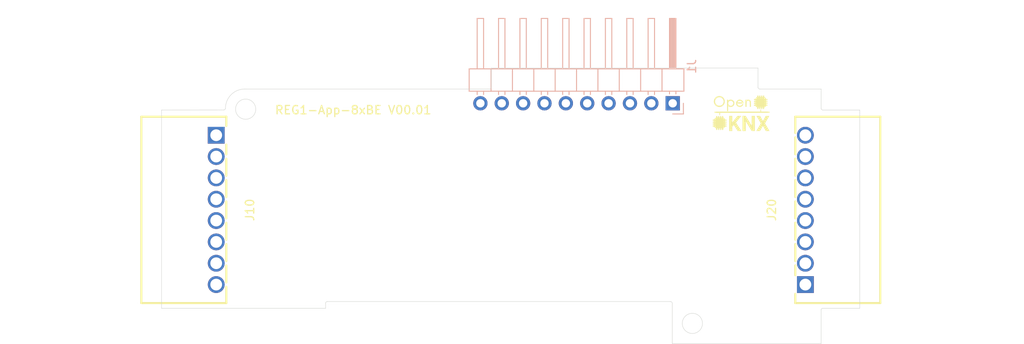
<source format=kicad_pcb>
(kicad_pcb (version 20221018) (generator pcbnew)
  (title_block (date "2023-10-15") (rev "V01.00"))
  (layers (0 "F.Cu" signal) (31 "B.Cu" signal) (34 "B.Paste" user) (35 "F.Paste" user) (36 "B.SilkS" user "B.Silkscreen") (37 "F.SilkS" user "F.Silkscreen") (38 "B.Mask" user) (39 "F.Mask" user) (44 "Edge.Cuts" user))
  (net 0 "")
  (footprint "EasyEDALib:C2927509_CONN-TH_8P-P2.54_DIBO_DB2ERC-2.54-8P-GN" (layer "F.Cu") (at 76.5 106.99 -90)
    (fp_text reference "J10" (at 0 -4 -90) (layer "F.SilkS"))
    (fp_text value "Conn_01x08")
    (fp_line (start -11.09 -1.2) (end -10 -1.2) (stroke (width 0.25)) (layer "F.SilkS"))
    (fp_line (start -11.09 8.9) (end -11.09 -1.2) (stroke (width 0.25)) (layer "F.SilkS"))
    (fp_line (start -11.09 8.9) (end 11.09 8.9) (stroke (width 0.25)) (layer "F.SilkS"))
    (fp_line (start -7.77 -1.2) (end -6.61 -1.2) (stroke (width 0.25)) (layer "F.SilkS"))
    (fp_line (start -6.08 -1.2) (end -4.07 -1.2) (stroke (width 0.25)) (layer "F.SilkS"))
    (fp_line (start -3.54 -1.2) (end -1.53 -1.2) (stroke (width 0.25)) (layer "F.SilkS"))
    (fp_line (start -1 -1.2) (end 1.01 -1.2) (stroke (width 0.25)) (layer "F.SilkS"))
    (fp_line (start 1.54 -1.2) (end 3.55 -1.2) (stroke (width 0.25)) (layer "F.SilkS"))
    (fp_line (start 4.08 -1.2) (end 6.09 -1.2) (stroke (width 0.25)) (layer "F.SilkS"))
    (fp_line (start 6.62 -1.2) (end 8.63 -1.2) (stroke (width 0.25)) (layer "F.SilkS"))
    (fp_line (start 9.16 -1.2) (end 11.09 -1.2) (stroke (width 0.25)) (layer "F.SilkS"))
    (fp_line (start 11.09 8.9) (end 11.09 -1.2) (stroke (width 0.25)) (layer "F.SilkS"))
    (pad "1" thru_hole rect (at -8.89 0 270) (size 2 2) (drill 1.399997) (layers "*.Cu" "*.Mask"))
    (pad "2" thru_hole circle (at -6.35 0 270) (size 2 2) (drill 1.399997) (layers "*.Cu" "*.Mask"))
    (pad "3" thru_hole circle (at -3.81 0 270) (size 2 2) (drill 1.399997) (layers "*.Cu" "*.Mask"))
    (pad "4" thru_hole circle (at -1.27 0 270) (size 2 2) (drill 1.399997) (layers "*.Cu" "*.Mask"))
    (pad "5" thru_hole circle (at 1.27 0 270) (size 2 2) (drill 1.399997) (layers "*.Cu" "*.Mask"))
    (pad "6" thru_hole circle (at 3.81 0 270) (size 2 2) (drill 1.399997) (layers "*.Cu" "*.Mask"))
    (pad "7" thru_hole circle (at 6.35 0 270) (size 2 2) (drill 1.399997) (layers "*.Cu" "*.Mask"))
    (pad "8" thru_hole circle (at 8.89 0 270) (size 2 2) (drill 1.399997) (layers "*.Cu" "*.Mask"))
  )
  (footprint "EasyEDALib:C2927509_CONN-TH_8P-P2.54_DIBO_DB2ERC-2.54-8P-GN" (layer "F.Cu") (at 146.53 106.99 90)
    (fp_text reference "J20" (at 0 -4 90) (layer "F.SilkS"))
    (fp_text value "Conn_01x08")
    (fp_line (start -11.09 -1.2) (end -10 -1.2) (stroke (width 0.25)) (layer "F.SilkS"))
    (fp_line (start -11.09 8.9) (end -11.09 -1.2) (stroke (width 0.25)) (layer "F.SilkS"))
    (fp_line (start -11.09 8.9) (end 11.09 8.9) (stroke (width 0.25)) (layer "F.SilkS"))
    (fp_line (start -7.77 -1.2) (end -6.61 -1.2) (stroke (width 0.25)) (layer "F.SilkS"))
    (fp_line (start -6.08 -1.2) (end -4.07 -1.2) (stroke (width 0.25)) (layer "F.SilkS"))
    (fp_line (start -3.54 -1.2) (end -1.53 -1.2) (stroke (width 0.25)) (layer "F.SilkS"))
    (fp_line (start -1 -1.2) (end 1.01 -1.2) (stroke (width 0.25)) (layer "F.SilkS"))
    (fp_line (start 1.54 -1.2) (end 3.55 -1.2) (stroke (width 0.25)) (layer "F.SilkS"))
    (fp_line (start 4.08 -1.2) (end 6.09 -1.2) (stroke (width 0.25)) (layer "F.SilkS"))
    (fp_line (start 6.62 -1.2) (end 8.63 -1.2) (stroke (width 0.25)) (layer "F.SilkS"))
    (fp_line (start 9.16 -1.2) (end 11.09 -1.2) (stroke (width 0.25)) (layer "F.SilkS"))
    (fp_line (start 11.09 8.9) (end 11.09 -1.2) (stroke (width 0.25)) (layer "F.SilkS"))
    (pad "1" thru_hole rect (at -8.89 0 90) (size 2 2) (drill 1.399997) (layers "*.Cu" "*.Mask"))
    (pad "2" thru_hole circle (at -6.35 0 90) (size 2 2) (drill 1.399997) (layers "*.Cu" "*.Mask"))
    (pad "3" thru_hole circle (at -3.81 0 90) (size 2 2) (drill 1.399997) (layers "*.Cu" "*.Mask"))
    (pad "4" thru_hole circle (at -1.27 0 90) (size 2 2) (drill 1.399997) (layers "*.Cu" "*.Mask"))
    (pad "5" thru_hole circle (at 1.27 0 90) (size 2 2) (drill 1.399997) (layers "*.Cu" "*.Mask"))
    (pad "6" thru_hole circle (at 3.81 0 90) (size 2 2) (drill 1.399997) (layers "*.Cu" "*.Mask"))
    (pad "7" thru_hole circle (at 6.35 0 90) (size 2 2) (drill 1.399997) (layers "*.Cu" "*.Mask"))
    (pad "8" thru_hole circle (at 8.89 0 90) (size 2 2) (drill 1.399997) (layers "*.Cu" "*.Mask"))
  )
  (footprint "OpenKNX:OpenKNX_Logo_07x05" (layer "F.Cu") (at 138.9 95.8)
    (fp_text reference "G***" hide)
    (fp_text value "LOGO" hide)
    (fp_poly (pts (xy 0.889195 0.58665) (xy 1.246187 1.173301) (xy 1.250349 0.58665) (xy 1.254511 0) (xy 1.61925 0) (xy 1.61925 1.794882) (xy 1.433304 1.79041) (xy 1.247359 1.785937) (xy 0.547687 0.638855) (xy 0.543523 1.216365) (xy 0.539358 1.793875) (xy 0.15875 1.793875) (xy 0.15875 0) (xy 0.532202 0) (xy 0.889195 0.58665)) (stroke (width 0.01)) (fill solid) (layer "F.SilkS"))
    (fp_poly (pts (xy 0.867732 -1.93323) (xy 0.962945 -1.911324) (xy 1.0411 -1.862689) (xy 1.102493 -1.78712) (xy 1.117236 -1.760075) (xy 1.131809 -1.729653) (xy 1.142513 -1.701792) (xy 1.149945 -1.671021) (xy 1.1547 -1.63187) (xy 1.157375 -1.578869) (xy 1.158565 -1.506547) (xy 1.158868 -1.409433) (xy 1.158875 -1.378009) (xy 1.158875 -1.0795) (xy 1.031875 -1.0795) (xy 1.031786 -1.345407) (xy 1.030793 -1.464917) (xy 1.027366 -1.557348) (xy 1.020703 -1.627327) (xy 1.009998 -1.679483) (xy 0.994447 -1.718444) (xy 0.973248 -1.748838) (xy 0.959182 -1.763304) (xy 0.909802 -1.791316) (xy 0.846176 -1.803542) (xy 0.780781 -1.799637) (xy 0.726098 -1.779259) (xy 0.71385 -1.770063) (xy 0.687147 -1.742568) (xy 0.667126 -1.710999) (xy 0.652865 -1.670548) (xy 0.643447 -1.616406) (xy 0.63795 -1.543764) (xy 0.635454 -1.447812) (xy 0.635 -1.357823) (xy 0.635 -1.0795) (xy 0.508 -1.0795) (xy 0.508 -1.920875) (xy 0.5715 -1.920875) (xy 0.614871 -1.917284) (xy 0.633252 -1.904898) (xy 0.635 -1.89574) (xy 0.640875 -1.877116) (xy 0.646906 -1.876733) (xy 0.721305 -1.911434) (xy 0.7817 -1.92979) (xy 0.839354 -1.934681) (xy 0.867732 -1.93323)) (stroke (width 0.01)) (fill solid) (layer "F.SilkS"))
    (fp_poly (pts (xy -1.059929 0.40046) (xy -1.055688 0.80092) (xy -0.992778 0.713991) (xy -0.947001 0.651756) (xy -0.891443 0.57783) (xy -0.829047 0.495971) (xy -0.762759 0.409933) (xy -0.695526 0.323474) (xy -0.630293 0.240349) (xy -0.570005 0.164316) (xy -0.517608 0.099129) (xy -0.476048 0.048547) (xy -0.44827 0.016324) (xy -0.437732 0.006189) (xy -0.415621 0.003852) (xy -0.368303 0.002518) (xy -0.302306 0.002263) (xy -0.22416 0.003165) (xy -0.20791 0.003485) (xy 0.003266 0.007937) (xy -0.30184 0.388937) (xy -0.377959 0.48431) (xy -0.447647 0.572237) (xy -0.508412 0.649527) (xy -0.557763 0.712986) (xy -0.593208 0.759423) (xy -0.612255 0.785645) (xy -0.614751 0.789825) (xy -0.608084 0.807193) (xy -0.585674 0.84788) (xy -0.549421 0.908809) (xy -0.501225 0.986901) (xy -0.442985 1.079079) (xy -0.376601 1.182266) (xy -0.303973 1.293383) (xy -0.303341 1.294343) (xy -0.230543 1.40506) (xy -0.163577 1.507288) (xy -0.104382 1.598036) (xy -0.054899 1.674311) (xy -0.017068 1.733123) (xy 0.007169 1.77148) (xy 0.015872 1.786391) (xy 0.015875 1.786424) (xy 0.000963 1.789145) (xy -0.039917 1.791421) (xy -0.100987 1.793051) (xy -0.176466 1.793834) (xy -0.198764 1.793875) (xy -0.413403 1.793875) (xy -0.523023 1.623218) (xy -0.57646 1.540043) (xy -0.638969 1.442768) (xy -0.702451 1.343998) (xy -0.754495 1.263041) (xy -0.876347 1.07352) (xy -0.969296 1.175729) (xy -1.062244 1.277937) (xy -1.062935 1.535906) (xy -1.063625 1.793875) (xy -1.42875 1.793875) (xy -1.42875 0) (xy -1.064171 0) (xy -1.059929 0.40046)) (stroke (width 0.01)) (fill solid) (layer "F.SilkS"))
    (fp_poly (pts (xy -1.099311 -1.914928) (xy -1.002155 -1.866561) (xy -0.918232 -1.794365) (xy -0.852274 -1.70019) (xy -0.837451 -1.669637) (xy -0.817388 -1.596148) (xy -0.811305 -1.507133) (xy -0.818791 -1.415366) (xy -0.839437 -1.333622) (xy -0.848971 -1.311221) (xy -0.91124 -1.2167) (xy -0.992728 -1.143968) (xy -1.088304 -1.094447) (xy -1.192834 -1.069555) (xy -1.301185 -1.070712) (xy -1.408224 -1.099337) (xy -1.480004 -1.136723) (xy -1.517584 -1.159771) (xy -1.542906 -1.173279) (xy -1.547473 -1.17475) (xy -1.55005 -1.159688) (xy -1.552301 -1.117753) (xy -1.55409 -1.053819) (xy -1.555284 -0.972763) (xy -1.555749 -0.879461) (xy -1.55575 -0.873125) (xy -1.55575 -0.5715) (xy -1.68275 -0.5715) (xy -1.68275 -1.482787) (xy -1.548439 -1.482787) (xy -1.528993 -1.39518) (xy -1.48425 -1.316859) (xy -1.417421 -1.253237) (xy -1.331712 -1.209728) (xy -1.321371 -1.206432) (xy -1.259655 -1.193609) (xy -1.200414 -1.196746) (xy -1.154473 -1.207455) (xy -1.07476 -1.244511) (xy -1.011323 -1.303097) (xy -0.966282 -1.376942) (xy -0.941759 -1.459772) (xy -0.939878 -1.545314) (xy -0.96276 -1.627296) (xy -0.994807 -1.679407) (xy -1.066711 -1.748152) (xy -1.147994 -1.790287) (xy -1.233554 -1.806797) (xy -1.318289 -1.798667) (xy -1.397095 -1.766882) (xy -1.464871 -1.712428) (xy -1.516514 -1.636289) (xy -1.539382 -1.574266) (xy -1.548439 -1.482787) (xy -1.68275 -1.482787) (xy -1.68275 -1.920875) (xy -1.61925 -1.920875) (xy -1.578534 -1.918995) (xy -1.560434 -1.908803) (xy -1.555851 -1.883477) (xy -1.55575 -1.87325) (xy -1.549733 -1.837004) (xy -1.53471 -1.82575) (xy -1.515229 -1.842851) (xy -1.515055 -1.843132) (xy -1.495504 -1.85911) (xy -1.456583 -1.881762) (xy -1.422836 -1.898539) (xy -1.314385 -1.932768) (xy -1.204965 -1.937614) (xy -1.099311 -1.914928)) (stroke (width 0.01)) (fill solid) (layer "F.SilkS"))
    (fp_poly (pts (xy -0.054531 -1.920809) (xy 0.040416 -1.881702) (xy 0.123894 -1.823252) (xy 0.191215 -1.748062) (xy 0.237692 -1.658741) (xy 0.258635 -1.557894) (xy 0.258995 -1.55114) (xy 0.261937 -1.484313) (xy -0.109082 -1.480047) (xy -0.4801 -1.475781) (xy -0.469854 -1.424549) (xy -0.446537 -1.36644) (xy -0.403663 -1.305586) (xy -0.350087 -1.25341) (xy -0.322376 -1.234333) (xy -0.275978 -1.214527) (xy -0.21867 -1.199334) (xy -0.202699 -1.196686) (xy -0.125961 -1.199111) (xy -0.046987 -1.222971) (xy 0.02365 -1.263495) (xy 0.075379 -1.315912) (xy 0.080966 -1.324696) (xy 0.105822 -1.36072) (xy 0.132444 -1.376969) (xy 0.174687 -1.381083) (xy 0.183304 -1.381125) (xy 0.252348 -1.381125) (xy 0.234363 -1.329532) (xy 0.203897 -1.274509) (xy 0.153072 -1.214651) (xy 0.090543 -1.158011) (xy 0.024967 -1.112643) (xy -0.022807 -1.090237) (xy -0.125456 -1.06797) (xy -0.22835 -1.068408) (xy -0.303494 -1.085542) (xy -0.415047 -1.139588) (xy -0.501307 -1.212517) (xy -0.561636 -1.303441) (xy -0.595399 -1.411471) (xy -0.602902 -1.503647) (xy -0.590725 -1.603375) (xy -0.461191 -1.603375) (xy -0.175033 -1.603375) (xy -0.083683 -1.604086) (xy -0.004394 -1.606062) (xy 0.057829 -1.609064) (xy 0.09798 -1.612858) (xy 0.111125 -1.616903) (xy 0.099069 -1.649729) (xy 0.067995 -1.691375) (xy 0.025544 -1.733416) (xy -0.020645 -1.767424) (xy -0.030279 -1.772849) (xy -0.118422 -1.802762) (xy -0.209103 -1.804528) (xy -0.295744 -1.780174) (xy -0.371763 -1.731729) (xy -0.430584 -1.66122) (xy -0.438479 -1.647032) (xy -0.461191 -1.603375) (xy -0.590725 -1.603375) (xy -0.588318 -1.623087) (xy -0.546078 -1.727528) (xy -0.477221 -1.815282) (xy -0.382786 -1.884662) (xy -0.361301 -1.895995) (xy -0.260077 -1.930561) (xy -0.156258 -1.937964) (xy -0.054531 -1.920809)) (stroke (width 0.01)) (fill solid) (layer "F.SilkS"))
    (fp_poly (pts (xy -2.510896 -2.357388) (xy -2.393302 -2.331708) (xy -2.281595 -2.283385) (xy -2.179301 -2.21187) (xy -2.089948 -2.116613) (xy -2.020449 -2.004006) (xy -1.993609 -1.948139) (xy -1.976283 -1.904514) (xy -1.966394 -1.86308) (xy -1.961863 -1.813789) (xy -1.960611 -1.746593) (xy -1.960563 -1.714501) (xy -1.961117 -1.637933) (xy -1.964166 -1.583063) (xy -1.971788 -1.539844) (xy -1.986062 -1.498227) (xy -2.009067 -1.448162) (xy -2.020449 -1.424995) (xy -2.09623 -1.305616) (xy -2.192788 -1.208) (xy -2.306165 -1.134006) (xy -2.432404 -1.085492) (xy -2.567544 -1.064318) (xy -2.70763 -1.072342) (xy -2.752444 -1.081283) (xy -2.876414 -1.125854) (xy -2.98751 -1.195835) (xy -3.082768 -1.286777) (xy -3.159223 -1.394228) (xy -3.213911 -1.513738) (xy -3.243867 -1.640859) (xy -3.245795 -1.752041) (xy -3.111084 -1.752041) (xy -3.106134 -1.635268) (xy -3.079221 -1.534167) (xy -3.024223 -1.429232) (xy -2.945993 -1.339137) (xy -2.850313 -1.268551) (xy -2.742965 -1.222143) (xy -2.675097 -1.207813) (xy -2.588797 -1.204393) (xy -2.497848 -1.213211) (xy -2.41582 -1.232418) (xy -2.375539 -1.248658) (xy -2.27349 -1.316579) (xy -2.190922 -1.40426) (xy -2.130202 -1.50655) (xy -2.093701 -1.618301) (xy -2.083787 -1.734362) (xy -2.101366 -1.844658) (xy -2.147525 -1.955224) (xy -2.215659 -2.053187) (xy -2.300606 -2.133155) (xy -2.397203 -2.189735) (xy -2.448914 -2.207747) (xy -2.572542 -2.226552) (xy -2.690362 -2.217441) (xy -2.799441 -2.183549) (xy -2.896847 -2.128008) (xy -2.979647 -2.053952) (xy -3.044908 -1.964517) (xy -3.089698 -1.862835) (xy -3.111084 -1.752041) (xy -3.245795 -1.752041) (xy -3.246127 -1.771138) (xy -3.24035 -1.813719) (xy -3.202628 -1.949373) (xy -3.142578 -2.066786) (xy -3.063727 -2.165408) (xy -2.969602 -2.244687) (xy -2.863729 -2.304075) (xy -2.749636 -2.343022) (xy -2.630849 -2.360976) (xy -2.510896 -2.357388)) (stroke (width 0.01)) (fill solid) (layer "F.SilkS"))
    (fp_poly (pts (xy 2.341854 -0.751039) (xy 2.351882 -0.737671) (xy 2.357676 -0.707511) (xy 2.361143 -0.654113) (xy 2.362074 -0.631032) (xy 2.36671 -0.508) (xy 2.854992 -0.508) (xy 3.004875 -0.507628) (xy 3.125263 -0.506453) (xy 3.218405 -0.504393) (xy 3.286548 -0.501362) (xy 3.331941 -0.497276) (xy 3.356832 -0.49205) (xy 3.362324 -0.488951) (xy 3.379348 -0.452684) (xy 3.376814 -0.409658) (xy 3.362324 -0.384175) (xy 3.35295 -0.381728) (xy 3.329212 -0.379481) (xy 3.290043 -0.377428) (xy 3.234373 -0.375561) (xy 3.161136 -0.373874) (xy 3.06926 -0.37236) (xy 2.95768 -0.371012) (xy 2.825324 -0.369822) (xy 2.671126 -0.368785) (xy 2.494015 -0.367893) (xy 2.292925 -0.367138) (xy 2.066785 -0.366516) (xy 1.814528 -0.366017) (xy 1.535085 -0.365636) (xy 1.227387 -0.365366) (xy 0.890366 -0.365199) (xy 0.522953 -0.365129) (xy 0.41813 -0.365125) (xy -2.507014 -0.365125) (xy -2.511601 -0.226219) (xy -2.514378 -0.159371) (xy -2.518489 -0.117879) (xy -2.525696 -0.095354) (xy -2.537761 -0.085406) (xy -2.551274 -0.082323) (xy -2.568084 -0.081678) (xy -2.578735 -0.089512) (xy -2.584969 -0.111745) (xy -2.588528 -0.154298) (xy -2.590961 -0.217261) (xy -2.595563 -0.357188) (xy -2.864289 -0.361553) (xy -2.969939 -0.364295) (xy -3.054932 -0.368621) (xy -3.115928 -0.374279) (xy -3.149583 -0.381018) (xy -3.154008 -0.383341) (xy -3.172081 -0.416056) (xy -3.17195 -0.457807) (xy -3.155951 -0.48895) (xy -3.146444 -0.49149) (xy -3.122486 -0.493813) (xy -3.082969 -0.495928) (xy -3.026782 -0.497842) (xy -2.952819 -0.499563) (xy -2.85997 -0.5011) (xy -2.747128 -0.502459) (xy -2.613184 -0.503648) (xy -2.457029 -0.504675) (xy -2.277555 -0.505548) (xy -2.073654 -0.506275) (xy -1.844217 -0.506863) (xy -1.588136 -0.50732) (xy -1.304302 -0.507654) (xy -0.991608 -0.507872) (xy -0.648944 -0.507983) (xy -0.426118 -0.508) (xy 2.284664 -0.508) (xy 2.2893 -0.631032) (xy 2.292425 -0.693239) (xy 2.297266 -0.730143) (xy 2.305729 -0.748191) (xy 2.319722 -0.753827) (xy 2.325687 -0.754063) (xy 2.341854 -0.751039)) (stroke (width 0.01)) (fill solid) (layer "F.SilkS"))
    (fp_poly (pts (xy 2.03446 0.000053) (xy 2.246312 0.000107) (xy 2.414936 0.310482) (xy 2.583561 0.620856) (xy 2.74944 0.314397) (xy 2.915319 0.007937) (xy 3.124534 0.003507) (xy 3.201854 0.00257) (xy 3.266271 0.003122) (xy 3.311936 0.005013) (xy 3.332998 0.008091) (xy 3.33375 0.008908) (xy 3.325997 0.024503) (xy 3.304021 0.06409) (xy 3.269744 0.124322) (xy 3.225089 0.201854) (xy 3.171979 0.29334) (xy 3.112337 0.395434) (xy 3.078647 0.452852) (xy 3.006664 0.57581) (xy 2.94965 0.674475) (xy 2.906139 0.751718) (xy 2.874661 0.81041) (xy 2.853752 0.853423) (xy 2.841943 0.883626) (xy 2.837767 0.903893) (xy 2.839758 0.917094) (xy 2.840574 0.918787) (xy 2.85274 0.940094) (xy 2.878955 0.985043) (xy 2.917066 1.049974) (xy 2.964917 1.131225) (xy 3.020355 1.225136) (xy 3.081226 1.328044) (xy 3.103615 1.365847) (xy 3.164924 1.469531) (xy 3.220655 1.564172) (xy 3.268836 1.646389) (xy 3.307495 1.712801) (xy 3.33466 1.760029) (xy 3.348358 1.784692) (xy 3.349625 1.787479) (xy 3.334722 1.789835) (xy 3.293904 1.7918) (xy 3.233003 1.793197) (xy 3.157854 1.793849) (xy 3.138908 1.793875) (xy 2.928192 1.793875) (xy 2.769814 1.505778) (xy 2.721313 1.417884) (xy 2.677255 1.33867) (xy 2.640185 1.27266) (xy 2.612647 1.224377) (xy 2.597184 1.198346) (xy 2.595555 1.195915) (xy 2.586147 1.19555) (xy 2.569283 1.21282) (xy 2.543522 1.249939) (xy 2.507426 1.309124) (xy 2.459552 1.392591) (xy 2.410865 1.480043) (xy 2.242055 1.785937) (xy 2.023774 1.790368) (xy 1.805493 1.794798) (xy 1.828858 1.758618) (xy 1.856228 1.714904) (xy 1.894028 1.652644) (xy 1.939925 1.575855) (xy 1.991585 1.488553) (xy 2.046674 1.394756) (xy 2.102858 1.298479) (xy 2.157803 1.203741) (xy 2.209175 1.114556) (xy 2.254641 1.034943) (xy 2.291867 0.968917) (xy 2.318519 0.920496) (xy 2.332262 0.893696) (xy 2.333625 0.889875) (xy 2.32586 0.871605) (xy 2.303986 0.82986) (xy 2.27013 0.768448) (xy 2.226421 0.691178) (xy 2.174986 0.601857) (xy 2.12183 0.510879) (xy 2.062376 0.409762) (xy 2.005911 0.31365) (xy 1.955155 0.227181) (xy 1.91283 0.154993) (xy 1.881657 0.101724) (xy 1.866321 0.075406) (xy 1.822608 0) (xy 2.03446 0.000053)) (stroke (width 0.01)) (fill solid) (layer "F.SilkS"))
    (fp_poly (pts (xy 2.474876 -2.419975) (xy 2.497624 -2.390571) (xy 2.507424 -2.336612) (xy 2.50825 -2.306638) (xy 2.509373 -2.257777) (xy 2.515228 -2.232745) (xy 2.529545 -2.223637) (xy 2.547937 -2.2225) (xy 2.572297 -2.225405) (xy 2.583924 -2.239754) (xy 2.587447 -2.274001) (xy 2.587625 -2.294982) (xy 2.594428 -2.366441) (xy 2.614367 -2.411534) (xy 2.646732 -2.428745) (xy 2.650385 -2.428875) (xy 2.692797 -2.424641) (xy 2.717168 -2.40763) (xy 2.728169 -2.371382) (xy 2.7305 -2.318036) (xy 2.73133 -2.266401) (xy 2.736653 -2.238018) (xy 2.750712 -2.224391) (xy 2.777754 -2.217022) (xy 2.78133 -2.216303) (xy 2.847071 -2.18819) (xy 2.893947 -2.136974) (xy 2.915391 -2.076576) (xy 2.925057 -2.016125) (xy 3.007166 -2.016125) (xy 3.071723 -2.010725) (xy 3.1101 -1.992959) (xy 3.126245 -1.960482) (xy 3.127375 -1.944688) (xy 3.118474 -1.906624) (xy 3.08907 -1.883876) (xy 3.035111 -1.874076) (xy 3.005137 -1.87325) (xy 2.956276 -1.872127) (xy 2.931244 -1.866272) (xy 2.922136 -1.851955) (xy 2.921 -1.833563) (xy 2.923904 -1.809203) (xy 2.938253 -1.797576) (xy 2.9725 -1.794053) (xy 2.993481 -1.793875) (xy 3.06579 -1.787) (xy 3.110112 -1.76614) (xy 3.127131 -1.730942) (xy 3.127375 -1.725054) (xy 3.119017 -1.685842) (xy 3.091042 -1.662393) (xy 3.039095 -1.652069) (xy 3.005137 -1.651) (xy 2.956276 -1.649877) (xy 2.931244 -1.644022) (xy 2.922136 -1.629705) (xy 2.921 -1.611313) (xy 2.923381 -1.588265) (xy 2.935795 -1.576458) (xy 2.966147 -1.572161) (xy 3.005137 -1.571625) (xy 3.070268 -1.566424) (xy 3.109193 -1.54924) (xy 3.125962 -1.517706) (xy 3.127375 -1.500188) (xy 3.118474 -1.462124) (xy 3.08907 -1.439376) (xy 3.035111 -1.429576) (xy 3.005137 -1.42875) (xy 2.956213 -1.427554) (xy 2.931145 -1.421613) (xy 2.922062 -1.407398) (xy 2.921 -1.391029) (xy 2.924003 -1.369227) (xy 2.93809 -1.356752) (xy 2.970874 -1.349738) (xy 3.009773 -1.345945) (xy 3.071929 -1.336462) (xy 3.108341 -1.317972) (xy 3.124648 -1.286282) (xy 3.127131 -1.258653) (xy 3.113516 -1.221657) (xy 3.071918 -1.199036) (xy 3.002125 -1.190681) (xy 2.99455 -1.190625) (xy 2.94852 -1.188071) (xy 2.924344 -1.177606) (xy 2.912343 -1.155026) (xy 2.912307 -1.154907) (xy 2.879569 -1.096388) (xy 2.826631 -1.053686) (xy 2.783523 -1.038289) (xy 2.753579 -1.031302) (xy 2.737772 -1.019101) (xy 2.731584 -0.993145) (xy 2.730501 -0.944895) (xy 2.7305 -0.938034) (xy 2.725492 -0.870053) (xy 2.709277 -0.828886) (xy 2.680066 -0.811029) (xy 2.664958 -0.809625) (xy 2.623548 -0.823414) (xy 2.597825 -0.864789) (xy 2.58778 -0.933762) (xy 2.587625 -0.945697) (xy 2.586562 -0.995296) (xy 2.580976 -1.020976) (xy 2.567265 -1.030554) (xy 2.547937 -1.031875) (xy 2.525657 -1.029765) (xy 2.513794 -1.018381) (xy 2.50908 -0.990147) (xy 2.50825 -0.9398) (xy 2.503395 -0.871353) (xy 2.487622 -0.829721) (xy 2.459118 -0.811304) (xy 2.442708 -0.809625) (xy 2.401298 -0.823414) (xy 2.375575 -0.864789) (xy 2.36553 -0.933762) (xy 2.365375 -0.945697) (xy 2.364312 -0.995296) (xy 2.358726 -1.020976) (xy 2.345015 -1.030554) (xy 2.325687 -1.031875) (xy 2.303721 -1.029868) (xy 2.291845 -1.018885) (xy 2.286968 -0.991484) (xy 2.286001 -0.940221) (xy 2.286 -0.936285) (xy 2.284735 -0.882193) (xy 2.278778 -0.850765) (xy 2.264889 -0.832951) (xy 2.245079 -0.82205) (xy 2.202403 -0.810649) (xy 2.173037 -0.823443) (xy 2.155057 -0.862622) (xy 2.146536 -0.930374) (xy 2.146336 -0.934307) (xy 2.142815 -0.987959) (xy 2.136682 -1.017209) (xy 2.124649 -1.0294) (xy 2.103432 -1.031875) (xy 2.102679 -1.031875) (xy 2.080133 -1.029416) (xy 2.068539 -1.016796) (xy 2.064288 -0.986153) (xy 2.06375 -0.947023) (xy 2.059648 -0.886659) (xy 2.045906 -0.848902) (xy 2.034718 -0.835898) (xy 1.992689 -0.812047) (xy 1.954583 -0.819626) (xy 1.929712 -0.844908) (xy 1.914255 -0.882973) (xy 1.905664 -0.935516) (xy 1.905 -0.95352) (xy 1.903428 -0.998756) (xy 1.893885 -1.023026) (xy 1.869124 -1.037104) (xy 1.843252 -1.04535) (xy 1.789209 -1.072584) (xy 1.748974 -1.113567) (xy 1.730714 -1.159552) (xy 1.730375 -1.166254) (xy 1.722407 -1.18148) (xy 1.694367 -1.188951) (xy 1.651 -1.190625) (xy 1.589154 -1.198723) (xy 1.540483 -1.220313) (xy 1.51228 -1.251344) (xy 1.508125 -1.27) (xy 1.522712 -1.30447) (xy 1.561722 -1.331471) (xy 1.618022 -1.347072) (xy 1.652104 -1.349375) (xy 1.699407 -1.350591) (xy 1.722454 -1.356595) (xy 1.728716 -1.370927) (xy 1.72751 -1.385094) (xy 1.720993 -1.405647) (xy 1.703581 -1.417237) (xy 1.667344 -1.4232) (xy 1.631292 -1.42557) (xy 1.57514 -1.430965) (xy 1.542179 -1.4417) (xy 1.523948 -1.460651) (xy 1.523008 -1.462353) (xy 1.514825 -1.495237) (xy 1.53022 -1.531534) (xy 1.531175 -1.533003) (xy 1.550695 -1.555807) (xy 1.577387 -1.567435) (xy 1.621558 -1.571398) (xy 1.644532 -1.571625) (xy 1.69463 -1.572632) (xy 1.720215 -1.577722) (xy 1.728507 -1.590007) (xy 1.72751 -1.607344) (xy 1.720993 -1.627897) (xy 1.703581 -1.639487) (xy 1.667344 -1.64545) (xy 1.631292 -1.64782) (xy 1.57514 -1.653215) (xy 1.542179 -1.66395) (xy 1.523948 -1.682901) (xy 1.523008 -1.684603) (xy 1.514825 -1.717487) (xy 1.53022 -1.753784) (xy 1.531175 -1.755253) (xy 1.550882 -1.778194) (xy 1.577895 -1.789812) (xy 1.622618 -1.793686) (xy 1.643428 -1.793875) (xy 1.693303 -1.794916) (xy 1.719225 -1.800406) (xy 1.72898 -1.813899) (xy 1.730375 -1.833563) (xy 1.727947 -1.856702) (xy 1.715371 -1.868539) (xy 1.684709 -1.872877) (xy 1.647031 -1.873494) (xy 1.575934 -1.879617) (xy 1.532962 -1.898396) (xy 1.516566 -1.931195) (xy 1.525194 -1.979378) (xy 1.525574 -1.980407) (xy 1.536683 -2.000482) (xy 1.556596 -2.011263) (xy 1.593795 -2.015528) (xy 1.634613 -2.016125) (xy 1.730375 -2.016125) (xy 1.730375 -2.06937) (xy 1.744893 -2.127587) (xy 1.783097 -2.177991) (xy 1.836959 -2.211225) (xy 1.856896 -2.216848) (xy 1.885902 -2.225003) (xy 1.900046 -2.240495) (xy 1.904631 -2.272793) (xy 1.905 -2.302726) (xy 1.913508 -2.370411) (xy 1.939442 -2.412046) (xy 1.98342 -2.428515) (xy 1.992887 -2.428875) (xy 2.030783 -2.416346) (xy 2.054073 -2.377851) (xy 2.063473 -2.312037) (xy 2.06375 -2.294982) (xy 2.065765 -2.249942) (xy 2.074161 -2.228479) (xy 2.092461 -2.22255) (xy 2.0955 -2.2225) (xy 2.11465 -2.226743) (xy 2.124136 -2.244698) (xy 2.127137 -2.284207) (xy 2.12725 -2.300742) (xy 2.135413 -2.369003) (xy 2.160474 -2.41111) (xy 2.203285 -2.42831) (xy 2.215137 -2.428875) (xy 2.253033 -2.416346) (xy 2.276323 -2.377851) (xy 2.285723 -2.312037) (xy 2.286 -2.294982) (xy 2.28759 -2.250493) (xy 2.295447 -2.229259) (xy 2.314199 -2.222824) (xy 2.325687 -2.2225) (xy 2.348735 -2.224882) (xy 2.360542 -2.237296) (xy 2.364839 -2.267648) (xy 2.365375 -2.306638) (xy 2.370576 -2.371769) (xy 2.38776 -2.410694) (xy 2.419294 -2.427463) (xy 2.436812 -2.428876) (xy 2.474876 -2.419975)) (stroke (width 0.01)) (fill solid) (layer "F.SilkS"))
    (fp_poly (pts (xy -2.172418 0.020122) (xy -2.150343 0.036947) (xy -2.136944 0.072472) (xy -2.128382 0.132819) (xy -2.127418 0.142875) (xy -2.12143 0.193206) (xy -2.112463 0.220044) (xy -2.095957 0.231605) (xy -2.076227 0.235155) (xy -2.030687 0.254196) (xy -1.989086 0.293963) (xy -1.960356 0.343829) (xy -1.952625 0.382218) (xy -1.950984 0.409031) (xy -1.940776 0.422814) (xy -1.91408 0.427901) (xy -1.867773 0.428625) (xy -1.796089 0.437086) (xy -1.750782 0.462725) (xy -1.731287 0.505917) (xy -1.730375 0.520597) (xy -1.743333 0.555818) (xy -1.783 0.577762) (xy -1.850564 0.586989) (xy -1.872207 0.587375) (xy -1.919703 0.588623) (xy -1.943542 0.595023) (xy -1.951795 0.610558) (xy -1.952625 0.627062) (xy -1.950319 0.649904) (xy -1.938188 0.66173) (xy -1.908416 0.666141) (xy -1.866447 0.66675) (xy -1.794177 0.67437) (xy -1.7492 0.697474) (xy -1.730892 0.736427) (xy -1.730375 0.746125) (xy -1.743439 0.788282) (xy -1.783046 0.814519) (xy -1.849823 0.825198) (xy -1.866447 0.8255) (xy -1.916505 0.826914) (xy -1.942432 0.833016) (xy -1.951794 0.846592) (xy -1.952625 0.85725) (xy -1.947611 0.877564) (xy -1.927103 0.886931) (xy -1.885157 0.889234) (xy -1.813808 0.897614) (xy -1.762318 0.920631) (xy -1.735377 0.955924) (xy -1.733126 0.965677) (xy -1.735631 1.006606) (xy -1.759474 1.032419) (xy -1.80799 1.045285) (xy -1.859319 1.04775) (xy -1.911436 1.048631) (xy -1.93934 1.053412) (xy -1.95056 1.065295) (xy -1.952625 1.087437) (xy -1.950319 1.110279) (xy -1.938188 1.122105) (xy -1.908416 1.126516) (xy -1.866447 1.127125) (xy -1.794177 1.134745) (xy -1.7492 1.157849) (xy -1.730892 1.196802) (xy -1.730375 1.2065) (xy -1.743439 1.248657) (xy -1.783046 1.274894) (xy -1.849823 1.285573) (xy -1.866447 1.285875) (xy -1.916384 1.287221) (xy -1.942251 1.293208) (xy -1.95168 1.306755) (xy -1.952625 1.318846) (xy -1.965748 1.356873) (xy -1.998367 1.39682) (xy -2.040365 1.429168) (xy -2.08162 1.444398) (xy -2.086342 1.444625) (xy -2.109038 1.446504) (xy -2.121271 1.457127) (xy -2.126267 1.483973) (xy -2.127249 1.534521) (xy -2.12725 1.539509) (xy -2.128856 1.594543) (xy -2.135824 1.627726) (xy -2.15138 1.648885) (xy -2.166938 1.660397) (xy -2.198009 1.677194) (xy -2.222439 1.674477) (xy -2.246313 1.660397) (xy -2.268892 1.641764) (xy -2.280862 1.617262) (xy -2.285449 1.577066) (xy -2.286 1.539509) (xy -2.286848 1.486846) (xy -2.291475 1.458457) (xy -2.303005 1.446874) (xy -2.324561 1.444626) (xy -2.325688 1.444625) (xy -2.346995 1.446426) (xy -2.358878 1.456604) (xy -2.364081 1.482321) (xy -2.365351 1.530738) (xy -2.365375 1.548152) (xy -2.366517 1.604994) (xy -2.3717 1.638556) (xy -2.383557 1.657279) (xy -2.403055 1.668848) (xy -2.446369 1.677553) (xy -2.474492 1.667949) (xy -2.493172 1.653614) (xy -2.503432 1.63031) (xy -2.507639 1.589578) (xy -2.50825 1.547253) (xy -2.508955 1.49197) (xy -2.512924 1.461241) (xy -2.522938 1.447874) (xy -2.541778 1.444677) (xy -2.547938 1.444625) (xy -2.570668 1.446891) (xy -2.582503 1.45887) (xy -2.586975 1.488331) (xy -2.587625 1.531937) (xy -2.591284 1.592057) (xy -2.604054 1.631179) (xy -2.619375 1.651) (xy -2.661481 1.679998) (xy -2.697452 1.679474) (xy -2.725037 1.651418) (xy -2.741986 1.597819) (xy -2.746375 1.538741) (xy -2.74724 1.486343) (xy -2.751941 1.45819) (xy -2.76364 1.446783) (xy -2.785499 1.444625) (xy -2.786063 1.444625) (xy -2.808793 1.446891) (xy -2.820628 1.45887) (xy -2.8251 1.488331) (xy -2.82575 1.531937) (xy -2.833454 1.599529) (xy -2.854125 1.64897) (xy -2.884098 1.676894) (xy -2.919714 1.679935) (xy -2.957307 1.654725) (xy -2.958228 1.653718) (xy -2.976969 1.614593) (xy -2.984327 1.549503) (xy -2.9845 1.534656) (xy -2.98584 1.483162) (xy -2.991552 1.45598) (xy -3.004182 1.445726) (xy -3.015504 1.444625) (xy -3.078293 1.429709) (xy -3.129466 1.387843) (xy -3.154213 1.34684) (xy -3.171926 1.310891) (xy -3.190914 1.292868) (xy -3.222124 1.286592) (xy -3.262193 1.285875) (xy -3.3251 1.280863) (xy -3.362454 1.263568) (xy -3.379182 1.230601) (xy -3.381375 1.203883) (xy -3.371067 1.163856) (xy -3.338176 1.139159) (xy -3.27976 1.128105) (xy -3.247482 1.127125) (xy -3.202993 1.125534) (xy -3.181759 1.117677) (xy -3.175324 1.098925) (xy -3.175 1.087437) (xy -3.177631 1.063738) (xy -3.190976 1.052007) (xy -3.223217 1.048085) (xy -3.253077 1.04775) (xy -3.317253 1.045458) (xy -3.355949 1.036258) (xy -3.37525 1.016663) (xy -3.381239 0.983185) (xy -3.381375 0.974221) (xy -3.372232 0.931572) (xy -3.34244 0.904644) (xy -3.288455 0.891338) (xy -3.237467 0.889) (xy -3.196337 0.886242) (xy -3.178345 0.875142) (xy -3.175 0.85725) (xy -3.178936 0.838634) (xy -3.19583 0.829094) (xy -3.233318 0.82575) (xy -3.259138 0.8255) (xy -3.323204 0.820668) (xy -3.361535 0.804085) (xy -3.378954 0.77262) (xy -3.381375 0.746125) (xy -3.373935 0.704523) (xy -3.348398 0.679633) (xy -3.299941 0.668322) (xy -3.259138 0.66675) (xy -3.210277 0.665626) (xy -3.185245 0.659771) (xy -3.176137 0.645454) (xy -3.175 0.627062) (xy -3.177382 0.604014) (xy -3.189796 0.592207) (xy -3.220148 0.58791) (xy -3.259138 0.587375) (xy -3.322942 0.582637) (xy -3.361116 0.566189) (xy -3.378662 0.534676) (xy -3.381375 0.505383) (xy -3.371067 0.465356) (xy -3.338176 0.440659) (xy -3.27976 0.429605) (xy -3.247482 0.428625) (xy -3.202798 0.42685) (xy -3.181463 0.418795) (xy -3.175151 0.400357) (xy -3.174941 0.392906) (xy -3.160258 0.332889) (xy -3.12146 0.280215) (xy -3.066124 0.244164) (xy -3.048725 0.238319) (xy -2.9845 0.221026) (xy -2.9845 0.1375) (xy -2.97971 0.073875) (xy -2.963097 0.035864) (xy -2.9313 0.018481) (xy -2.902509 0.015875) (xy -2.862482 0.026183) (xy -2.837785 0.059074) (xy -2.826731 0.11749) (xy -2.82575 0.149768) (xy -2.823574 0.195107) (xy -2.814909 0.216666) (xy -2.796549 0.222247) (xy -2.795966 0.22225) (xy -2.778165 0.216956) (xy -2.767373 0.196359) (xy -2.760629 0.153381) (xy -2.75882 0.133476) (xy -2.749215 0.071061) (xy -2.73056 0.034504) (xy -2.698901 0.018322) (xy -2.674144 0.016118) (xy -2.636466 0.024958) (xy -2.613919 0.05475) (xy -2.604259 0.109371) (xy -2.6035 0.138112) (xy -2.602377 0.186973) (xy -2.596522 0.212005) (xy -2.582205 0.221113) (xy -2.563813 0.22225) (xy -2.539453 0.219345) (xy -2.527826 0.204996) (xy -2.524303 0.170749) (xy -2.524125 0.149768) (xy -2.518216 0.079946) (xy -2.49936 0.036867) (xy -2.465872 0.017585) (xy -2.447367 0.015875) (xy -2.40457 0.022937) (xy -2.378965 0.047459) (xy -2.367196 0.094441) (xy -2.365375 0.138112) (xy -2.364252 0.186973) (xy -2.358397 0.212005) (xy -2.34408 0.221113) (xy -2.325688 0.22225) (xy -2.301328 0.219345) (xy -2.289701 0.204996) (xy -2.286178 0.170749) (xy -2.286001 0.149768) (xy -2.280307 0.080461) (xy -2.261906 0.037677) (xy -2.228814 0.018054) (xy -2.207004 0.015875) (xy -2.172418 0.020122)) (stroke (width 0.01)) (fill solid) (layer "F.SilkS"))
  )
  (footprint "Connector_PinHeader_2.54mm:PinHeader_1x10_P2.54mm_Horizontal" (layer "B.Cu") (at 130.76 94.3 90)
    (fp_text reference "J1" (at 4.385 2.27 90) (layer "B.SilkS") (effects (justify mirror)))
    (fp_text value "REG1_App_Connector")
    (fp_line (start -1.27 0) (end -1.27 1.27) (stroke (width 0.12)) (layer "B.SilkS"))
    (fp_line (start -1.27 1.27) (end 0 1.27) (stroke (width 0.12)) (layer "B.SilkS"))
    (fp_line (start 1.042929 -23.24) (end 1.44 -23.24) (stroke (width 0.12)) (layer "B.SilkS"))
    (fp_line (start 1.042929 -22.48) (end 1.44 -22.48) (stroke (width 0.12)) (layer "B.SilkS"))
    (fp_line (start 1.042929 -20.7) (end 1.44 -20.7) (stroke (width 0.12)) (layer "B.SilkS"))
    (fp_line (start 1.042929 -19.94) (end 1.44 -19.94) (stroke (width 0.12)) (layer "B.SilkS"))
    (fp_line (start 1.042929 -18.16) (end 1.44 -18.16) (stroke (width 0.12)) (layer "B.SilkS"))
    (fp_line (start 1.042929 -17.4) (end 1.44 -17.4) (stroke (width 0.12)) (layer "B.SilkS"))
    (fp_line (start 1.042929 -15.62) (end 1.44 -15.62) (stroke (width 0.12)) (layer "B.SilkS"))
    (fp_line (start 1.042929 -14.86) (end 1.44 -14.86) (stroke (width 0.12)) (layer "B.SilkS"))
    (fp_line (start 1.042929 -13.08) (end 1.44 -13.08) (stroke (width 0.12)) (layer "B.SilkS"))
    (fp_line (start 1.042929 -12.32) (end 1.44 -12.32) (stroke (width 0.12)) (layer "B.SilkS"))
    (fp_line (start 1.042929 -10.54) (end 1.44 -10.54) (stroke (width 0.12)) (layer "B.SilkS"))
    (fp_line (start 1.042929 -9.78) (end 1.44 -9.78) (stroke (width 0.12)) (layer "B.SilkS"))
    (fp_line (start 1.042929 -8) (end 1.44 -8) (stroke (width 0.12)) (layer "B.SilkS"))
    (fp_line (start 1.042929 -7.24) (end 1.44 -7.24) (stroke (width 0.12)) (layer "B.SilkS"))
    (fp_line (start 1.042929 -5.46) (end 1.44 -5.46) (stroke (width 0.12)) (layer "B.SilkS"))
    (fp_line (start 1.042929 -4.7) (end 1.44 -4.7) (stroke (width 0.12)) (layer "B.SilkS"))
    (fp_line (start 1.042929 -2.92) (end 1.44 -2.92) (stroke (width 0.12)) (layer "B.SilkS"))
    (fp_line (start 1.042929 -2.16) (end 1.44 -2.16) (stroke (width 0.12)) (layer "B.SilkS"))
    (fp_line (start 1.11 -0.38) (end 1.44 -0.38) (stroke (width 0.12)) (layer "B.SilkS"))
    (fp_line (start 1.11 0.38) (end 1.44 0.38) (stroke (width 0.12)) (layer "B.SilkS"))
    (fp_line (start 1.44 -24.19) (end 4.1 -24.19) (stroke (width 0.12)) (layer "B.SilkS"))
    (fp_line (start 1.44 -21.59) (end 4.1 -21.59) (stroke (width 0.12)) (layer "B.SilkS"))
    (fp_line (start 1.44 -19.05) (end 4.1 -19.05) (stroke (width 0.12)) (layer "B.SilkS"))
    (fp_line (start 1.44 -16.51) (end 4.1 -16.51) (stroke (width 0.12)) (layer "B.SilkS"))
    (fp_line (start 1.44 -13.97) (end 4.1 -13.97) (stroke (width 0.12)) (layer "B.SilkS"))
    (fp_line (start 1.44 -11.43) (end 4.1 -11.43) (stroke (width 0.12)) (layer "B.SilkS"))
    (fp_line (start 1.44 -8.89) (end 4.1 -8.89) (stroke (width 0.12)) (layer "B.SilkS"))
    (fp_line (start 1.44 -6.35) (end 4.1 -6.35) (stroke (width 0.12)) (layer "B.SilkS"))
    (fp_line (start 1.44 -3.81) (end 4.1 -3.81) (stroke (width 0.12)) (layer "B.SilkS"))
    (fp_line (start 1.44 -1.27) (end 4.1 -1.27) (stroke (width 0.12)) (layer "B.SilkS"))
    (fp_line (start 1.44 1.33) (end 1.44 -24.19) (stroke (width 0.12)) (layer "B.SilkS"))
    (fp_line (start 4.1 -24.19) (end 4.1 1.33) (stroke (width 0.12)) (layer "B.SilkS"))
    (fp_line (start 4.1 -22.48) (end 10.1 -22.48) (stroke (width 0.12)) (layer "B.SilkS"))
    (fp_line (start 4.1 -19.94) (end 10.1 -19.94) (stroke (width 0.12)) (layer "B.SilkS"))
    (fp_line (start 4.1 -17.4) (end 10.1 -17.4) (stroke (width 0.12)) (layer "B.SilkS"))
    (fp_line (start 4.1 -14.86) (end 10.1 -14.86) (stroke (width 0.12)) (layer "B.SilkS"))
    (fp_line (start 4.1 -12.32) (end 10.1 -12.32) (stroke (width 0.12)) (layer "B.SilkS"))
    (fp_line (start 4.1 -9.78) (end 10.1 -9.78) (stroke (width 0.12)) (layer "B.SilkS"))
    (fp_line (start 4.1 -7.24) (end 10.1 -7.24) (stroke (width 0.12)) (layer "B.SilkS"))
    (fp_line (start 4.1 -4.7) (end 10.1 -4.7) (stroke (width 0.12)) (layer "B.SilkS"))
    (fp_line (start 4.1 -2.16) (end 10.1 -2.16) (stroke (width 0.12)) (layer "B.SilkS"))
    (fp_line (start 4.1 -0.28) (end 10.1 -0.28) (stroke (width 0.12)) (layer "B.SilkS"))
    (fp_line (start 4.1 -0.16) (end 10.1 -0.16) (stroke (width 0.12)) (layer "B.SilkS"))
    (fp_line (start 4.1 -0.04) (end 10.1 -0.04) (stroke (width 0.12)) (layer "B.SilkS"))
    (fp_line (start 4.1 0.08) (end 10.1 0.08) (stroke (width 0.12)) (layer "B.SilkS"))
    (fp_line (start 4.1 0.2) (end 10.1 0.2) (stroke (width 0.12)) (layer "B.SilkS"))
    (fp_line (start 4.1 0.32) (end 10.1 0.32) (stroke (width 0.12)) (layer "B.SilkS"))
    (fp_line (start 4.1 0.38) (end 10.1 0.38) (stroke (width 0.12)) (layer "B.SilkS"))
    (fp_line (start 4.1 1.33) (end 1.44 1.33) (stroke (width 0.12)) (layer "B.SilkS"))
    (fp_line (start 10.1 -23.24) (end 4.1 -23.24) (stroke (width 0.12)) (layer "B.SilkS"))
    (fp_line (start 10.1 -22.48) (end 10.1 -23.24) (stroke (width 0.12)) (layer "B.SilkS"))
    (fp_line (start 10.1 -20.7) (end 4.1 -20.7) (stroke (width 0.12)) (layer "B.SilkS"))
    (fp_line (start 10.1 -19.94) (end 10.1 -20.7) (stroke (width 0.12)) (layer "B.SilkS"))
    (fp_line (start 10.1 -18.16) (end 4.1 -18.16) (stroke (width 0.12)) (layer "B.SilkS"))
    (fp_line (start 10.1 -17.4) (end 10.1 -18.16) (stroke (width 0.12)) (layer "B.SilkS"))
    (fp_line (start 10.1 -15.62) (end 4.1 -15.62) (stroke (width 0.12)) (layer "B.SilkS"))
    (fp_line (start 10.1 -14.86) (end 10.1 -15.62) (stroke (width 0.12)) (layer "B.SilkS"))
    (fp_line (start 10.1 -13.08) (end 4.1 -13.08) (stroke (width 0.12)) (layer "B.SilkS"))
    (fp_line (start 10.1 -12.32) (end 10.1 -13.08) (stroke (width 0.12)) (layer "B.SilkS"))
    (fp_line (start 10.1 -10.54) (end 4.1 -10.54) (stroke (width 0.12)) (layer "B.SilkS"))
    (fp_line (start 10.1 -9.78) (end 10.1 -10.54) (stroke (width 0.12)) (layer "B.SilkS"))
    (fp_line (start 10.1 -8) (end 4.1 -8) (stroke (width 0.12)) (layer "B.SilkS"))
    (fp_line (start 10.1 -7.24) (end 10.1 -8) (stroke (width 0.12)) (layer "B.SilkS"))
    (fp_line (start 10.1 -5.46) (end 4.1 -5.46) (stroke (width 0.12)) (layer "B.SilkS"))
    (fp_line (start 10.1 -4.7) (end 10.1 -5.46) (stroke (width 0.12)) (layer "B.SilkS"))
    (fp_line (start 10.1 -2.92) (end 4.1 -2.92) (stroke (width 0.12)) (layer "B.SilkS"))
    (fp_line (start 10.1 -2.16) (end 10.1 -2.92) (stroke (width 0.12)) (layer "B.SilkS"))
    (fp_line (start 10.1 -0.38) (end 4.1 -0.38) (stroke (width 0.12)) (layer "B.SilkS"))
    (fp_line (start 10.1 0.38) (end 10.1 -0.38) (stroke (width 0.12)) (layer "B.SilkS"))
    (pad "1" thru_hole rect locked (at 0 0 90) (size 1.7 1.7) (drill 1) (layers "*.Cu" "*.Mask"))
    (pad "2" thru_hole oval locked (at 0 -2.54 90) (size 1.7 1.7) (drill 1) (layers "*.Cu" "*.Mask"))
    (pad "3" thru_hole oval locked (at 0 -5.08 90) (size 1.7 1.7) (drill 1) (layers "*.Cu" "*.Mask"))
    (pad "4" thru_hole oval locked (at 0 -7.62 90) (size 1.7 1.7) (drill 1) (layers "*.Cu" "*.Mask"))
    (pad "5" thru_hole oval locked (at 0 -10.16 90) (size 1.7 1.7) (drill 1) (layers "*.Cu" "*.Mask"))
    (pad "6" thru_hole oval locked (at 0 -12.7 90) (size 1.7 1.7) (drill 1) (layers "*.Cu" "*.Mask"))
    (pad "7" thru_hole oval locked (at 0 -15.24 90) (size 1.7 1.7) (drill 1) (layers "*.Cu" "*.Mask"))
    (pad "8" thru_hole oval locked (at 0 -17.78 90) (size 1.7 1.7) (drill 1) (layers "*.Cu" "*.Mask"))
    (pad "9" thru_hole oval locked (at 0 -20.32 90) (size 1.7 1.7) (drill 1) (layers "*.Cu" "*.Mask"))
    (pad "10" thru_hole oval locked (at 0 -22.86 90) (size 1.7 1.7) (drill 1) (layers "*.Cu" "*.Mask"))
  )
  (gr_line (start 130.5 117.9) (end 89.7 117.9) (stroke (width 0.05)) (layer "Edge.Cuts"))
  (gr_line (start 89.5 118.7) (end 70 118.7) (stroke (width 0.05)) (layer "Edge.Cuts"))
  (gr_line (start 153 95.1) (end 153 118.7) (stroke (width 0.05)) (layer "Edge.Cuts"))
  (gr_line (start 70 95.1) (end 70 118.7) (stroke (width 0.05)) (layer "Edge.Cuts"))
  (gr_line (start 109.2 90.1) (end 140.9 90.1) (stroke (width 0.05)) (layer "Edge.Cuts"))
  (gr_arc (start 141.1 92.6) (mid 140.958579 92.541421) (end 140.9 92.4) (stroke (width 0.05)) (layer "Edge.Cuts"))
  (gr_line (start 70 95.1) (end 77.4 95.091005) (stroke (width 0.05)) (layer "Edge.Cuts"))
  (gr_line (start 148.4 118.9) (end 148.4 122.9) (stroke (width 0.05)) (layer "Edge.Cuts"))
  (gr_arc (start 148.6 95.1) (mid 148.458579 95.041421) (end 148.4 94.9) (stroke (width 0.05)) (layer "Edge.Cuts"))
  (gr_line (start 153 118.7) (end 148.6 118.7) (stroke (width 0.05)) (layer "Edge.Cuts"))
  (gr_line (start 109.2 90.1) (end 109.2 92.4) (stroke (width 0.05)) (layer "Edge.Cuts"))
  (gr_line (start 109 92.6) (end 79.9 92.6) (stroke (width 0.05)) (layer "Edge.Cuts"))
  (gr_line (start 153 95.1) (end 148.6 95.1) (stroke (width 0.05)) (layer "Edge.Cuts"))
  (gr_circle (center 80 95) (end 81.2 95) (stroke (width 0.05)) (fill none) (layer "Edge.Cuts"))
  (gr_arc (start 148.4 118.9) (mid 148.458579 118.758579) (end 148.6 118.7) (stroke (width 0.05)) (layer "Edge.Cuts"))
  (gr_circle (center 133.1 120.5) (end 133.1 121.7) (stroke (width 0.05)) (fill none) (layer "Edge.Cuts"))
  (gr_line (start 141.1 92.6) (end 148.4 92.6) (stroke (width 0.05)) (layer "Edge.Cuts"))
  (gr_line (start 148.4 122.9) (end 130.7 122.9) (stroke (width 0.05)) (layer "Edge.Cuts"))
  (gr_line (start 89.5 118.7) (end 89.5 118.1) (stroke (width 0.05)) (layer "Edge.Cuts"))
  (gr_arc (start 109.2 92.4) (mid 109.141421 92.541421) (end 109 92.6) (stroke (width 0.05)) (layer "Edge.Cuts"))
  (gr_arc (start 130.5 117.9) (mid 130.641421 117.958579) (end 130.7 118.1) (stroke (width 0.05)) (layer "Edge.Cuts"))
  (gr_arc (start 77.6 94.9) (mid 78.273654 93.273654) (end 79.9 92.6) (stroke (width 0.05)) (layer "Edge.Cuts"))
  (gr_line (start 130.7 122.9) (end 130.7 118.1) (stroke (width 0.05)) (layer "Edge.Cuts"))
  (gr_arc (start 77.591005 94.9) (mid 77.535061 95.035061) (end 77.4 95.091005) (stroke (width 0.05)) (layer "Edge.Cuts"))
  (gr_line (start 148.4 94.9) (end 148.4 92.6) (stroke (width 0.05)) (layer "Edge.Cuts"))
  (gr_arc (start 89.5 118.1) (mid 89.558579 117.958579) (end 89.7 117.9) (stroke (width 0.05)) (layer "Edge.Cuts"))
  (gr_line (start 140.9 90.1) (end 140.9 92.4) (stroke (width 0.05)) (layer "Edge.Cuts"))
  (gr_text "REG1-App-8xBE V00.01" (at 83.4 95.1) (layer "F.SilkS") (effects (font (size 1 1)) (justify left)))
)
</source>
